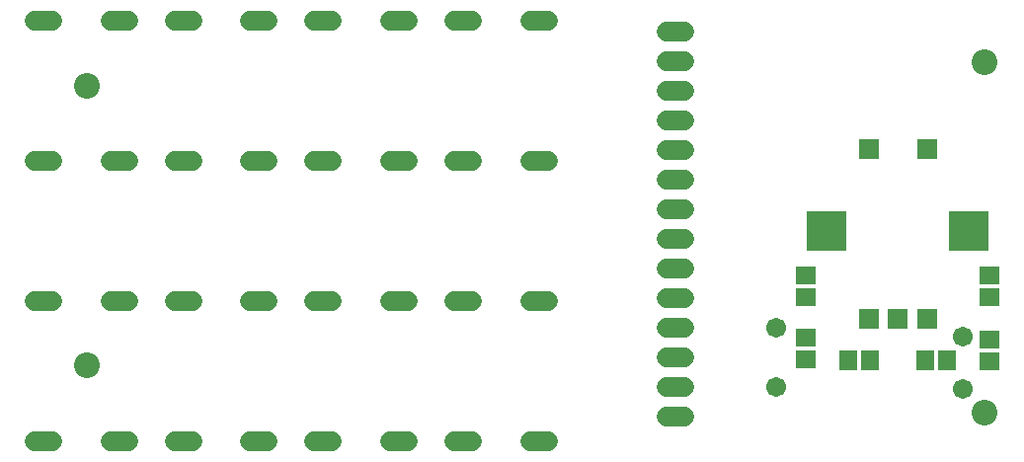
<source format=gbr>
G04 EAGLE Gerber RS-274X export*
G75*
%MOMM*%
%FSLAX34Y34*%
%LPD*%
%INSoldermask Bottom*%
%IPPOS*%
%AMOC8*
5,1,8,0,0,1.08239X$1,22.5*%
G01*
%ADD10C,2.203200*%
%ADD11C,1.727200*%
%ADD12R,1.711200X1.711200*%
%ADD13R,3.419200X3.419200*%
%ADD14R,1.703200X1.503200*%
%ADD15R,1.503200X1.703200*%
%ADD16C,1.703200*%


D10*
X71900Y110000D03*
X71900Y350000D03*
X841900Y370000D03*
X841900Y70000D03*
D11*
X584200Y396240D02*
X568960Y396240D01*
X568960Y370840D02*
X584200Y370840D01*
X584200Y345440D02*
X568960Y345440D01*
X568960Y320040D02*
X584200Y320040D01*
X584200Y294640D02*
X568960Y294640D01*
X568960Y269240D02*
X584200Y269240D01*
X584200Y243840D02*
X568960Y243840D01*
X568960Y218440D02*
X584200Y218440D01*
X584200Y193040D02*
X568960Y193040D01*
X568960Y167640D02*
X584200Y167640D01*
X584200Y142240D02*
X568960Y142240D01*
X568960Y116840D02*
X584200Y116840D01*
X584200Y91440D02*
X568960Y91440D01*
X568960Y66040D02*
X584200Y66040D01*
D12*
X742120Y150360D03*
X767120Y150360D03*
X792120Y150360D03*
X742120Y295360D03*
X792120Y295360D03*
D13*
X706120Y225360D03*
X828120Y225360D03*
D11*
X42228Y405360D02*
X26988Y405360D01*
X92012Y405360D02*
X107252Y405360D01*
X146988Y405360D02*
X162228Y405360D01*
X212012Y405360D02*
X227252Y405360D01*
X266988Y405360D02*
X282228Y405360D01*
X332012Y405360D02*
X347252Y405360D01*
X386988Y405360D02*
X402228Y405360D01*
X452012Y405360D02*
X467252Y405360D01*
X42228Y285360D02*
X26988Y285360D01*
X92012Y285360D02*
X107252Y285360D01*
X146988Y285360D02*
X162228Y285360D01*
X212012Y285360D02*
X227252Y285360D01*
X266988Y285360D02*
X282228Y285360D01*
X332012Y285360D02*
X347252Y285360D01*
X386988Y285360D02*
X402228Y285360D01*
X452012Y285360D02*
X467252Y285360D01*
X42228Y165360D02*
X26988Y165360D01*
X92012Y165360D02*
X107252Y165360D01*
X146988Y165360D02*
X162228Y165360D01*
X212012Y165360D02*
X227252Y165360D01*
X266988Y165360D02*
X282228Y165360D01*
X332012Y165360D02*
X347252Y165360D01*
X386988Y165360D02*
X402228Y165360D01*
X452012Y165360D02*
X467252Y165360D01*
X42228Y45360D02*
X26988Y45360D01*
X92012Y45360D02*
X107252Y45360D01*
X146988Y45360D02*
X162228Y45360D01*
X212012Y45360D02*
X227252Y45360D01*
X266988Y45360D02*
X282228Y45360D01*
X332012Y45360D02*
X347252Y45360D01*
X386988Y45360D02*
X402228Y45360D01*
X452012Y45360D02*
X467252Y45360D01*
D14*
X688340Y114960D03*
X688340Y133960D03*
X688340Y168300D03*
X688340Y187300D03*
X845820Y168300D03*
X845820Y187300D03*
X845820Y132690D03*
X845820Y113690D03*
D15*
X724560Y114300D03*
X743560Y114300D03*
X809600Y114300D03*
X790600Y114300D03*
D16*
X662940Y91440D03*
X662940Y142240D03*
X822960Y134620D03*
X822960Y90170D03*
M02*

</source>
